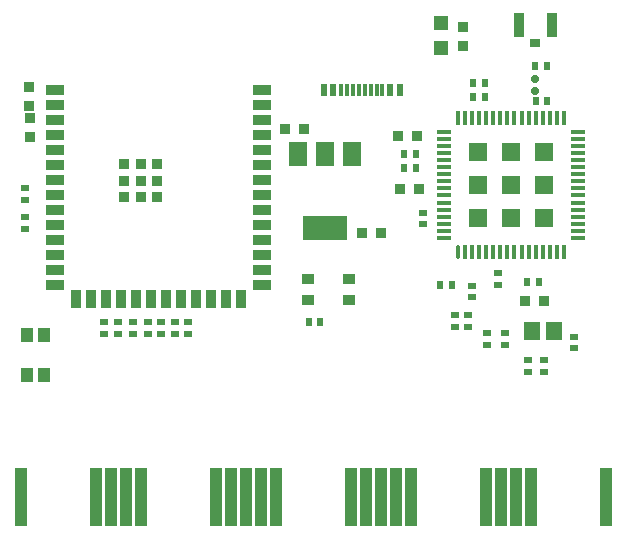
<source format=gtp>
G04*
G04 #@! TF.GenerationSoftware,Altium Limited,Altium Designer,24.2.2 (26)*
G04*
G04 Layer_Color=8421504*
%FSLAX43Y43*%
%MOMM*%
G71*
G04*
G04 #@! TF.SameCoordinates,928B7802-305B-46AC-8759-79FB43F0BFC6*
G04*
G04*
G04 #@! TF.FilePolarity,Positive*
G04*
G01*
G75*
%ADD17R,0.965X0.762*%
%ADD18R,0.813X2.134*%
%ADD19R,0.600X1.140*%
%ADD20R,0.300X1.140*%
G04:AMPARAMS|DCode=21|XSize=1.17mm|YSize=0.37mm|CornerRadius=0.185mm|HoleSize=0mm|Usage=FLASHONLY|Rotation=90.000|XOffset=0mm|YOffset=0mm|HoleType=Round|Shape=RoundedRectangle|*
%AMROUNDEDRECTD21*
21,1,1.170,0.000,0,0,90.0*
21,1,0.800,0.370,0,0,90.0*
1,1,0.370,0.000,0.400*
1,1,0.370,0.000,-0.400*
1,1,0.370,0.000,-0.400*
1,1,0.370,0.000,0.400*
%
%ADD21ROUNDEDRECTD21*%
%ADD22R,0.370X1.170*%
%ADD23R,1.170X0.370*%
%ADD24R,1.600X1.600*%
%ADD25R,1.500X2.000*%
%ADD26R,3.800X2.000*%
%ADD27R,1.500X0.900*%
%ADD28R,0.900X1.500*%
%ADD29R,0.900X0.900*%
%ADD30R,0.600X0.700*%
%ADD31R,0.700X0.600*%
%ADD32R,1.000X0.850*%
%ADD33R,1.321X1.524*%
G04:AMPARAMS|DCode=34|XSize=0.6mm|YSize=0.7mm|CornerRadius=0.15mm|HoleSize=0mm|Usage=FLASHONLY|Rotation=90.000|XOffset=0mm|YOffset=0mm|HoleType=Round|Shape=RoundedRectangle|*
%AMROUNDEDRECTD34*
21,1,0.600,0.400,0,0,90.0*
21,1,0.300,0.700,0,0,90.0*
1,1,0.300,0.200,0.150*
1,1,0.300,0.200,-0.150*
1,1,0.300,-0.200,-0.150*
1,1,0.300,-0.200,0.150*
%
%ADD34ROUNDEDRECTD34*%
%ADD35R,0.900X0.900*%
%ADD36R,1.000X5.000*%
%ADD37R,1.050X1.150*%
%ADD38R,1.200X1.200*%
D17*
X44800Y40819D02*
D03*
D18*
X46195Y42343D02*
D03*
X43404D02*
D03*
D19*
X33300Y36850D02*
D03*
X32500D02*
D03*
X27700D02*
D03*
X26900D02*
D03*
D20*
X31850D02*
D03*
X31350D02*
D03*
X30850D02*
D03*
X30350D02*
D03*
X29850D02*
D03*
X29350D02*
D03*
X28850D02*
D03*
X28350D02*
D03*
D21*
X38225Y23200D02*
D03*
D22*
X38825D02*
D03*
X39425D02*
D03*
X40025D02*
D03*
X40625D02*
D03*
X41225D02*
D03*
X41825D02*
D03*
X42425D02*
D03*
X43025D02*
D03*
X43625D02*
D03*
X44225D02*
D03*
X44825D02*
D03*
X45425D02*
D03*
X46025D02*
D03*
X46625D02*
D03*
X47225D02*
D03*
Y34500D02*
D03*
X46625D02*
D03*
X46025D02*
D03*
X45425D02*
D03*
X44825D02*
D03*
X44225D02*
D03*
X43625D02*
D03*
X43025D02*
D03*
X42425D02*
D03*
X41825D02*
D03*
X41225D02*
D03*
X40625D02*
D03*
X40025D02*
D03*
X39425D02*
D03*
X38825D02*
D03*
X38225D02*
D03*
D23*
X48375Y24350D02*
D03*
Y24950D02*
D03*
Y25550D02*
D03*
Y26150D02*
D03*
Y26750D02*
D03*
Y27350D02*
D03*
Y27950D02*
D03*
Y28550D02*
D03*
Y29150D02*
D03*
Y29750D02*
D03*
Y30350D02*
D03*
Y30950D02*
D03*
Y31550D02*
D03*
Y32150D02*
D03*
Y32750D02*
D03*
Y33350D02*
D03*
X37075D02*
D03*
Y32750D02*
D03*
Y32150D02*
D03*
Y31550D02*
D03*
Y30950D02*
D03*
Y30350D02*
D03*
Y29750D02*
D03*
Y29150D02*
D03*
Y28550D02*
D03*
Y27950D02*
D03*
Y27350D02*
D03*
Y26750D02*
D03*
Y26150D02*
D03*
Y25550D02*
D03*
Y24950D02*
D03*
Y24350D02*
D03*
D24*
X39925Y26050D02*
D03*
Y28850D02*
D03*
Y31650D02*
D03*
X42725Y26050D02*
D03*
Y28850D02*
D03*
Y31650D02*
D03*
X45525Y26050D02*
D03*
Y28850D02*
D03*
Y31650D02*
D03*
D25*
X29300Y31500D02*
D03*
X27000D02*
D03*
X24700D02*
D03*
D26*
X27000Y25200D02*
D03*
D27*
X4125Y36910D02*
D03*
Y35640D02*
D03*
Y34370D02*
D03*
Y33100D02*
D03*
Y31830D02*
D03*
Y30560D02*
D03*
Y29290D02*
D03*
Y28020D02*
D03*
Y26750D02*
D03*
Y25480D02*
D03*
Y24210D02*
D03*
Y22940D02*
D03*
Y21670D02*
D03*
Y20400D02*
D03*
X21625D02*
D03*
Y21670D02*
D03*
Y22940D02*
D03*
Y24210D02*
D03*
Y25480D02*
D03*
Y26750D02*
D03*
Y28020D02*
D03*
Y29290D02*
D03*
Y30560D02*
D03*
Y31830D02*
D03*
Y33100D02*
D03*
Y34370D02*
D03*
Y35640D02*
D03*
Y36910D02*
D03*
D28*
X5890Y19150D02*
D03*
X7160D02*
D03*
X8430D02*
D03*
X9700D02*
D03*
X10970D02*
D03*
X12240D02*
D03*
X13510D02*
D03*
X14780D02*
D03*
X16050D02*
D03*
X17320D02*
D03*
X18590D02*
D03*
X19860D02*
D03*
D29*
X11375Y29190D02*
D03*
Y30590D02*
D03*
X9975D02*
D03*
Y29190D02*
D03*
Y27790D02*
D03*
X11375D02*
D03*
X12775D02*
D03*
Y29190D02*
D03*
Y30590D02*
D03*
X43950Y18975D02*
D03*
X45550D02*
D03*
X33363Y28490D02*
D03*
X33200Y33000D02*
D03*
X30100Y24800D02*
D03*
X31700D02*
D03*
X23600Y33600D02*
D03*
X25200D02*
D03*
X34800Y33000D02*
D03*
X34963Y28490D02*
D03*
D30*
X40500Y36300D02*
D03*
X39500D02*
D03*
X34700Y31500D02*
D03*
X33700D02*
D03*
X34700Y30300D02*
D03*
X33700D02*
D03*
X45100Y20600D02*
D03*
X44100D02*
D03*
X40500Y37500D02*
D03*
X39500D02*
D03*
X37700Y20400D02*
D03*
X36700D02*
D03*
X45750Y38900D02*
D03*
X44750D02*
D03*
X45825Y35925D02*
D03*
X44825D02*
D03*
X26600Y17200D02*
D03*
X25600D02*
D03*
D31*
X9500Y17200D02*
D03*
Y16200D02*
D03*
X48100Y16000D02*
D03*
Y15000D02*
D03*
X8300Y17200D02*
D03*
Y16200D02*
D03*
X10700Y17200D02*
D03*
Y16200D02*
D03*
X1600Y27600D02*
D03*
Y28600D02*
D03*
X35300Y26500D02*
D03*
Y25500D02*
D03*
X45500Y14000D02*
D03*
Y13000D02*
D03*
X44200Y14000D02*
D03*
Y13000D02*
D03*
X41600Y21400D02*
D03*
Y20400D02*
D03*
X39436Y20319D02*
D03*
Y19319D02*
D03*
X42225Y16326D02*
D03*
Y15326D02*
D03*
X40663Y16326D02*
D03*
Y15325D02*
D03*
X38000Y17800D02*
D03*
Y16800D02*
D03*
X39100Y17800D02*
D03*
Y16800D02*
D03*
X12000Y17200D02*
D03*
Y16200D02*
D03*
X1600Y26100D02*
D03*
Y25100D02*
D03*
X13100Y16200D02*
D03*
X15400D02*
D03*
X14300Y17200D02*
D03*
Y16200D02*
D03*
X15400Y17200D02*
D03*
X13100D02*
D03*
D32*
X25550Y20875D02*
D03*
X29050D02*
D03*
X25550Y19125D02*
D03*
X29050D02*
D03*
D33*
X44475Y16513D02*
D03*
X46390D02*
D03*
D34*
X44800Y37800D02*
D03*
Y36800D02*
D03*
D35*
X1975Y34500D02*
D03*
Y32900D02*
D03*
X1952Y35543D02*
D03*
X38700Y42200D02*
D03*
Y40600D02*
D03*
X1952Y37143D02*
D03*
D36*
X1235Y2450D02*
D03*
X10125D02*
D03*
X11395D02*
D03*
X7585D02*
D03*
X8855D02*
D03*
X20285D02*
D03*
X17745D02*
D03*
X19015D02*
D03*
X21555D02*
D03*
X22825D02*
D03*
X30445D02*
D03*
X29175D02*
D03*
X32985D02*
D03*
X34255D02*
D03*
X31715D02*
D03*
X43145D02*
D03*
X41875D02*
D03*
X40605D02*
D03*
X50765D02*
D03*
X44415D02*
D03*
D37*
X1750Y12775D02*
D03*
X3200D02*
D03*
X1750Y16125D02*
D03*
X3200D02*
D03*
D38*
X36800Y42550D02*
D03*
Y40450D02*
D03*
M02*

</source>
